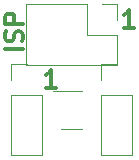
<source format=gbr>
G04 #@! TF.GenerationSoftware,KiCad,Pcbnew,(5.1.4)-1*
G04 #@! TF.CreationDate,2020-04-16T11:05:27+01:00*
G04 #@! TF.ProjectId,sot23Breakout,736f7432-3342-4726-9561-6b6f75742e6b,rev?*
G04 #@! TF.SameCoordinates,Original*
G04 #@! TF.FileFunction,Legend,Top*
G04 #@! TF.FilePolarity,Positive*
%FSLAX46Y46*%
G04 Gerber Fmt 4.6, Leading zero omitted, Abs format (unit mm)*
G04 Created by KiCad (PCBNEW (5.1.4)-1) date 2020-04-16 11:05:27*
%MOMM*%
%LPD*%
G04 APERTURE LIST*
%ADD10C,0.300000*%
%ADD11C,0.120000*%
G04 APERTURE END LIST*
D10*
X229028571Y-125138571D02*
X228171428Y-125138571D01*
X228600000Y-125138571D02*
X228600000Y-123638571D01*
X228457142Y-123852857D01*
X228314285Y-123995714D01*
X228171428Y-124067142D01*
X235632571Y-120058571D02*
X234775428Y-120058571D01*
X235204000Y-120058571D02*
X235204000Y-118558571D01*
X235061142Y-118772857D01*
X234918285Y-118915714D01*
X234775428Y-118987142D01*
X226230571Y-121860285D02*
X224730571Y-121860285D01*
X226159142Y-121217428D02*
X226230571Y-121003142D01*
X226230571Y-120646000D01*
X226159142Y-120503142D01*
X226087714Y-120431714D01*
X225944857Y-120360285D01*
X225802000Y-120360285D01*
X225659142Y-120431714D01*
X225587714Y-120503142D01*
X225516285Y-120646000D01*
X225444857Y-120931714D01*
X225373428Y-121074571D01*
X225302000Y-121146000D01*
X225159142Y-121217428D01*
X225016285Y-121217428D01*
X224873428Y-121146000D01*
X224802000Y-121074571D01*
X224730571Y-120931714D01*
X224730571Y-120574571D01*
X224802000Y-120360285D01*
X226230571Y-119717428D02*
X224730571Y-119717428D01*
X224730571Y-119146000D01*
X224802000Y-119003142D01*
X224873428Y-118931714D01*
X225016285Y-118860285D01*
X225230571Y-118860285D01*
X225373428Y-118931714D01*
X225444857Y-119003142D01*
X225516285Y-119146000D01*
X225516285Y-119717428D01*
D11*
X225238000Y-123130000D02*
X226568000Y-123130000D01*
X225238000Y-124460000D02*
X225238000Y-123130000D01*
X225238000Y-125730000D02*
X227898000Y-125730000D01*
X227898000Y-125730000D02*
X227898000Y-130870000D01*
X225238000Y-125730000D02*
X225238000Y-130870000D01*
X225238000Y-130870000D02*
X227898000Y-130870000D01*
X232858000Y-130870000D02*
X235518000Y-130870000D01*
X232858000Y-125730000D02*
X232858000Y-130870000D01*
X235518000Y-125730000D02*
X235518000Y-130870000D01*
X232858000Y-125730000D02*
X235518000Y-125730000D01*
X232858000Y-124460000D02*
X232858000Y-123130000D01*
X232858000Y-123130000D02*
X234188000Y-123130000D01*
X229478000Y-128610000D02*
X231278000Y-128610000D01*
X231278000Y-125390000D02*
X228828000Y-125390000D01*
X226508000Y-118050000D02*
X226508000Y-123250000D01*
X231648000Y-118050000D02*
X226508000Y-118050000D01*
X234248000Y-123250000D02*
X226508000Y-123250000D01*
X231648000Y-118050000D02*
X231648000Y-120650000D01*
X231648000Y-120650000D02*
X234248000Y-120650000D01*
X234248000Y-120650000D02*
X234248000Y-123250000D01*
X232918000Y-118050000D02*
X234248000Y-118050000D01*
X234248000Y-118050000D02*
X234248000Y-119380000D01*
M02*

</source>
